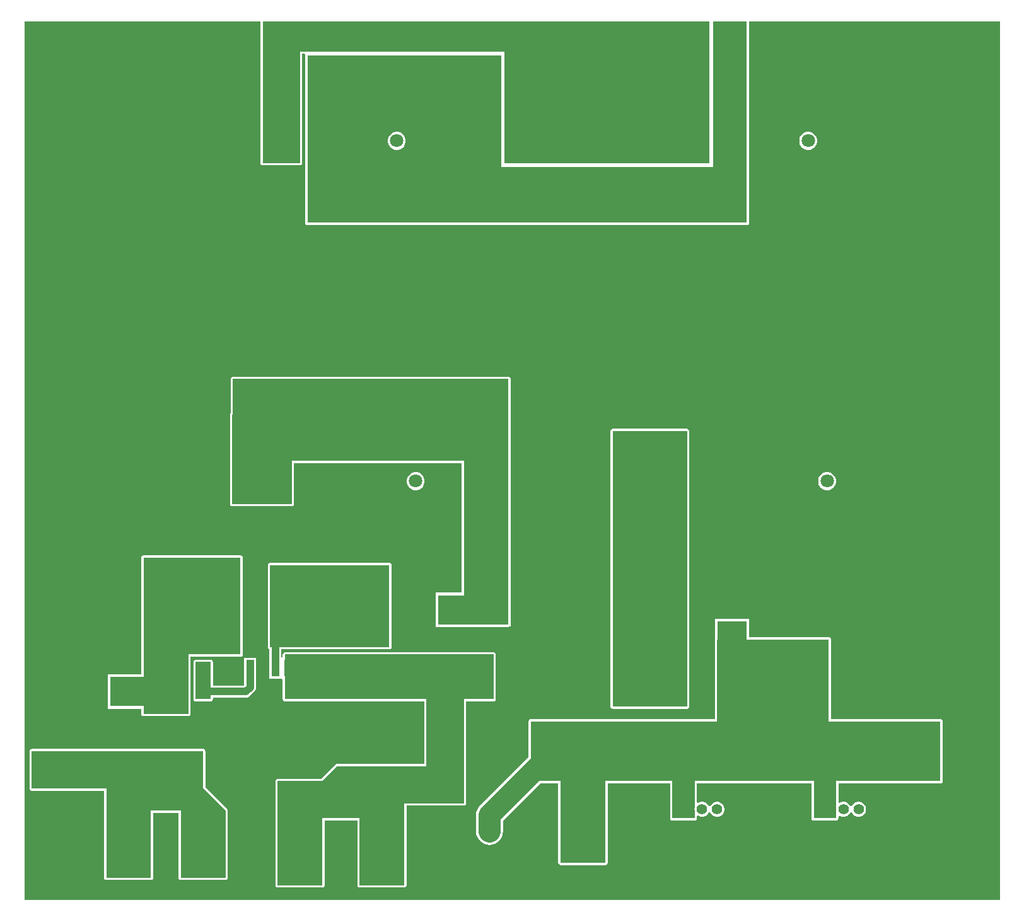
<source format=gbr>
%TF.GenerationSoftware,Altium Limited,Altium Designer,22.4.2 (48)*%
G04 Layer_Physical_Order=1*
G04 Layer_Color=255*
%FSLAX45Y45*%
%MOMM*%
%TF.SameCoordinates,24D30104-F170-4498-80AD-2BAA9A99EF50*%
%TF.FilePolarity,Positive*%
%TF.FileFunction,Copper,L1,Top,Signal*%
%TF.Part,Single*%
G01*
G75*
%TA.AperFunction,SMDPad,CuDef*%
%ADD10R,7.00000X4.00000*%
%ADD11R,1.00000X1.60000*%
%ADD12R,1.60000X1.00000*%
%ADD13R,4.00000X7.00000*%
%ADD14C,6.29100*%
%ADD15R,1.07000X2.16000*%
%ADD16R,3.30000X2.40000*%
%TA.AperFunction,Conductor*%
%ADD17C,3.00000*%
%ADD18C,1.00000*%
%TA.AperFunction,ComponentPad*%
%ADD19C,2.20000*%
%ADD20C,3.50000*%
%ADD21R,1.42000X1.42000*%
%ADD22C,1.42000*%
%ADD23C,1.40000*%
G04:AMPARAMS|DCode=24|XSize=1.4mm|YSize=1.4mm|CornerRadius=0mm|HoleSize=0mm|Usage=FLASHONLY|Rotation=0.000|XOffset=0mm|YOffset=0mm|HoleType=Round|Shape=Octagon|*
%AMOCTAGOND24*
4,1,8,0.70000,-0.35000,0.70000,0.35000,0.35000,0.70000,-0.35000,0.70000,-0.70000,0.35000,-0.70000,-0.35000,-0.35000,-0.70000,0.35000,-0.70000,0.70000,-0.35000,0.0*
%
%ADD24OCTAGOND24*%

G04:AMPARAMS|DCode=25|XSize=1.4mm|YSize=1.4mm|CornerRadius=0mm|HoleSize=0mm|Usage=FLASHONLY|Rotation=90.000|XOffset=0mm|YOffset=0mm|HoleType=Round|Shape=Octagon|*
%AMOCTAGOND25*
4,1,8,0.35000,0.70000,-0.35000,0.70000,-0.70000,0.35000,-0.70000,-0.35000,-0.35000,-0.70000,0.35000,-0.70000,0.70000,-0.35000,0.70000,0.35000,0.35000,0.70000,0.0*
%
%ADD25OCTAGOND25*%

%ADD26C,1.80000*%
G04:AMPARAMS|DCode=27|XSize=1.8mm|YSize=1.8mm|CornerRadius=0mm|HoleSize=0mm|Usage=FLASHONLY|Rotation=0.000|XOffset=0mm|YOffset=0mm|HoleType=Round|Shape=Octagon|*
%AMOCTAGOND27*
4,1,8,0.90000,-0.45000,0.90000,0.45000,0.45000,0.90000,-0.45000,0.90000,-0.90000,0.45000,-0.90000,-0.45000,-0.45000,-0.90000,0.45000,-0.90000,0.90000,-0.45000,0.0*
%
%ADD27OCTAGOND27*%

%TA.AperFunction,ViaPad*%
%ADD28C,7.00000*%
%TA.AperFunction,ComponentPad*%
G04:AMPARAMS|DCode=29|XSize=1.8mm|YSize=1.8mm|CornerRadius=0mm|HoleSize=0mm|Usage=FLASHONLY|Rotation=270.000|XOffset=0mm|YOffset=0mm|HoleType=Round|Shape=Octagon|*
%AMOCTAGOND29*
4,1,8,-0.45000,-0.90000,0.45000,-0.90000,0.90000,-0.45000,0.90000,0.45000,0.45000,0.90000,-0.45000,0.90000,-0.90000,0.45000,-0.90000,-0.45000,-0.45000,-0.90000,0.0*
%
%ADD29OCTAGOND29*%

%ADD30R,1.80000X1.80000*%
%TA.AperFunction,ViaPad*%
%ADD31C,0.70000*%
G36*
X9300000Y10000000D02*
X6550000D01*
Y11500000D01*
X3800000D01*
Y10000000D01*
X3300000D01*
Y11500000D01*
Y11900000D01*
X9300000D01*
Y10000000D01*
D02*
G37*
G36*
X9800000Y9200000D02*
X3900000D01*
Y11450000D01*
X6500000D01*
Y9950000D01*
X9350000D01*
Y11900000D01*
X9800000D01*
Y9200000D01*
D02*
G37*
G36*
X13200000Y100000D02*
X100000D01*
Y11900000D01*
X3269412D01*
Y11500000D01*
Y10000000D01*
X3271741Y9988295D01*
X3278371Y9978371D01*
X3288295Y9971741D01*
X3300000Y9969412D01*
X3800000D01*
X3811705Y9971741D01*
X3821629Y9978371D01*
X3828259Y9988295D01*
X3830588Y10000000D01*
Y11469412D01*
X3860223D01*
X3870290Y11454412D01*
X3869412Y11450000D01*
Y9200000D01*
X3871741Y9188295D01*
X3878371Y9178371D01*
X3888295Y9171741D01*
X3900000Y9169412D01*
X9800000D01*
X9811705Y9171741D01*
X9821629Y9178371D01*
X9828259Y9188295D01*
X9830588Y9200000D01*
Y11900000D01*
X13200000D01*
Y100000D01*
D02*
G37*
%LPC*%
G36*
X5115799Y10420000D02*
X5084202D01*
X5053682Y10411822D01*
X5026319Y10396024D01*
X5003977Y10373682D01*
X4988178Y10346318D01*
X4980000Y10315798D01*
Y10284202D01*
X4988178Y10253682D01*
X5003977Y10226318D01*
X5026319Y10203976D01*
X5053682Y10188178D01*
X5084202Y10180000D01*
X5115799D01*
X5146318Y10188178D01*
X5173682Y10203976D01*
X5196024Y10226318D01*
X5211822Y10253682D01*
X5220000Y10284202D01*
Y10315798D01*
X5211822Y10346318D01*
X5196024Y10373682D01*
X5173682Y10396024D01*
X5146318Y10411822D01*
X5115799Y10420000D01*
D02*
G37*
G36*
X10639798D02*
X10608202D01*
X10577682Y10411822D01*
X10550318Y10396024D01*
X10527976Y10373682D01*
X10512178Y10346318D01*
X10504000Y10315798D01*
Y10284202D01*
X10512178Y10253682D01*
X10527976Y10226318D01*
X10550318Y10203976D01*
X10577682Y10188178D01*
X10608202Y10180000D01*
X10639798D01*
X10670318Y10188178D01*
X10697682Y10203976D01*
X10720024Y10226318D01*
X10735822Y10253682D01*
X10744000Y10284202D01*
Y10315798D01*
X10735822Y10346318D01*
X10720024Y10373682D01*
X10697682Y10396024D01*
X10670318Y10411822D01*
X10639798Y10420000D01*
D02*
G37*
G36*
X10893798Y5848000D02*
X10862202D01*
X10831682Y5839822D01*
X10804318Y5824024D01*
X10781976Y5801682D01*
X10766178Y5774318D01*
X10758000Y5743798D01*
Y5712202D01*
X10766178Y5681682D01*
X10781976Y5654318D01*
X10804318Y5631976D01*
X10831682Y5616178D01*
X10862202Y5608000D01*
X10893798D01*
X10924318Y5616178D01*
X10951682Y5631976D01*
X10974024Y5654318D01*
X10989822Y5681682D01*
X10998000Y5712202D01*
Y5743798D01*
X10989822Y5774318D01*
X10974024Y5801682D01*
X10951682Y5824024D01*
X10924318Y5839822D01*
X10893798Y5848000D01*
D02*
G37*
G36*
X5369799D02*
X5338202D01*
X5307682Y5839822D01*
X5280319Y5824024D01*
X5257977Y5801682D01*
X5242178Y5774318D01*
X5234000Y5743798D01*
Y5712202D01*
X5242178Y5681682D01*
X5257977Y5654318D01*
X5280319Y5631976D01*
X5307682Y5616178D01*
X5338202Y5608000D01*
X5369799D01*
X5400318Y5616178D01*
X5427682Y5631976D01*
X5450024Y5654318D01*
X5465822Y5681682D01*
X5474000Y5712202D01*
Y5743798D01*
X5465822Y5774318D01*
X5450024Y5801682D01*
X5427682Y5824024D01*
X5400318Y5839822D01*
X5369799Y5848000D01*
D02*
G37*
G36*
X6600000Y7130588D02*
X2900000D01*
X2888295Y7128259D01*
X2878371Y7121629D01*
X2871741Y7111705D01*
X2869412Y7100000D01*
Y6644321D01*
X2869021Y6644060D01*
X2862391Y6634137D01*
X2860063Y6622432D01*
Y5422432D01*
X2862391Y5410726D01*
X2869021Y5400803D01*
X2878945Y5394172D01*
X2890650Y5391844D01*
X3690650Y5391844D01*
X3702355Y5394172D01*
X3712279Y5400803D01*
X3718909Y5410726D01*
X3721238Y5422431D01*
Y5969412D01*
X5969412D01*
Y4230000D01*
X5620000D01*
Y3770000D01*
X5997044D01*
X6000000Y3769412D01*
X6600000D01*
X6611705Y3771741D01*
X6621629Y3778371D01*
X6628259Y3788295D01*
X6630588Y3800000D01*
Y7000000D01*
Y7100000D01*
X6628259Y7111705D01*
X6621629Y7121629D01*
X6611705Y7128259D01*
X6600000Y7130588D01*
D02*
G37*
G36*
X3213500Y3351000D02*
X3046500D01*
Y3075000D01*
X3049310D01*
Y2992002D01*
X3037999Y2980690D01*
X2630588D01*
Y3300000D01*
X2628259Y3311705D01*
X2621629Y3321629D01*
X2611705Y3328259D01*
X2600000Y3330588D01*
X2400000D01*
X2388295Y3328259D01*
X2378371Y3321629D01*
X2371741Y3311705D01*
X2369412Y3300000D01*
Y2800000D01*
X2371741Y2788295D01*
X2378371Y2778371D01*
X2388295Y2771741D01*
X2400000Y2769412D01*
X2600000D01*
X2611705Y2771741D01*
X2621629Y2778371D01*
X2628259Y2788295D01*
X2630588Y2800000D01*
Y2819310D01*
X3071422D01*
X3092306Y2822059D01*
X3111767Y2830120D01*
X3128478Y2842944D01*
X3187057Y2901522D01*
X3199880Y2918234D01*
X3207941Y2937695D01*
X3210691Y2958579D01*
Y3075000D01*
X3213500D01*
Y3351000D01*
D02*
G37*
G36*
X9000000Y6430588D02*
X8000000D01*
X7988295Y6428259D01*
X7978371Y6421629D01*
X7971741Y6411705D01*
X7969412Y6400000D01*
X7969412Y2700000D01*
X7971740Y2688294D01*
X7978371Y2678371D01*
X7988294Y2671740D01*
X8000000Y2669412D01*
X9000000D01*
X9011705Y2671740D01*
X9021629Y2678371D01*
X9028259Y2688294D01*
X9030587Y2700000D01*
X9030588Y4993449D01*
X9030194Y4995428D01*
X9030326Y4997442D01*
X9029989Y5000000D01*
X9030326Y5002558D01*
X9030194Y5004572D01*
X9030588Y5006551D01*
Y6400000D01*
X9028259Y6411705D01*
X9021629Y6421629D01*
X9011705Y6428259D01*
X9000000Y6430588D01*
D02*
G37*
G36*
X3000000Y4730588D02*
X1700000D01*
X1688295Y4728259D01*
X1678371Y4721629D01*
X1671741Y4711705D01*
X1669412Y4700000D01*
Y3400000D01*
Y3130000D01*
X1220000D01*
Y2670000D01*
X1669412D01*
Y2600000D01*
X1671741Y2588295D01*
X1678371Y2578371D01*
X1688295Y2571741D01*
X1700000Y2569412D01*
X2300000D01*
X2311705Y2571741D01*
X2321629Y2578371D01*
X2328259Y2588295D01*
X2330588Y2600000D01*
Y3369412D01*
X3000000D01*
X3011705Y3371741D01*
X3021629Y3378371D01*
X3028259Y3388295D01*
X3030588Y3400000D01*
Y4700000D01*
X3028259Y4711705D01*
X3021629Y4721629D01*
X3011705Y4728259D01*
X3000000Y4730588D01*
D02*
G37*
G36*
X9830000Y3880000D02*
X9370000D01*
Y3602956D01*
X9369412Y3600000D01*
X9369412Y2530588D01*
X7900001D01*
X7900000Y2530588D01*
X7300000D01*
X7299999Y2530588D01*
X6900000D01*
X6888294Y2528259D01*
X6878371Y2521629D01*
X6871740Y2511705D01*
X6869412Y2500000D01*
Y2025202D01*
X6218105Y1373895D01*
X6195611Y1346487D01*
X6178897Y1315216D01*
X6168605Y1281286D01*
X6165129Y1246000D01*
Y1021000D01*
X6168605Y985714D01*
X6178897Y951784D01*
X6195611Y920514D01*
X6218105Y893105D01*
X6245514Y870611D01*
X6276784Y853897D01*
X6310714Y843605D01*
X6346000Y840129D01*
X6381286Y843605D01*
X6415216Y853897D01*
X6446486Y870611D01*
X6473895Y893105D01*
X6496389Y920514D01*
X6513103Y951784D01*
X6523395Y985714D01*
X6526871Y1021000D01*
Y1171081D01*
X7025202Y1669412D01*
X7269412D01*
Y600000D01*
X7271741Y588295D01*
X7278371Y578371D01*
X7288295Y571741D01*
X7300000Y569412D01*
X7900000D01*
X7911705Y571741D01*
X7921629Y578371D01*
X7928259Y588295D01*
X7930588Y600000D01*
Y1669412D01*
X8769412D01*
Y1200000D01*
X8771741Y1188295D01*
X8778371Y1178371D01*
X8788295Y1171741D01*
X8800000Y1169412D01*
X9100000D01*
X9111705Y1171741D01*
X9121629Y1178371D01*
X9128259Y1188295D01*
X9130588Y1200000D01*
Y1225130D01*
X9145588Y1233790D01*
X9161015Y1224883D01*
X9186703Y1218000D01*
X9213297D01*
X9238984Y1224883D01*
X9262015Y1238180D01*
X9280820Y1256985D01*
X9291669Y1275775D01*
X9295427Y1276897D01*
X9304573D01*
X9308331Y1275775D01*
X9319180Y1256985D01*
X9337985Y1238180D01*
X9361016Y1224883D01*
X9386703Y1218000D01*
X9413297D01*
X9438984Y1224883D01*
X9462015Y1238180D01*
X9480820Y1256985D01*
X9494117Y1280016D01*
X9501000Y1305703D01*
Y1332297D01*
X9494117Y1357985D01*
X9480820Y1381016D01*
X9462015Y1399820D01*
X9438984Y1413117D01*
X9413297Y1420000D01*
X9386703D01*
X9361016Y1413117D01*
X9337985Y1399820D01*
X9319180Y1381016D01*
X9308331Y1362225D01*
X9304573Y1361104D01*
X9295427D01*
X9291669Y1362225D01*
X9280820Y1381016D01*
X9262015Y1399820D01*
X9238984Y1413117D01*
X9213297Y1420000D01*
X9186703D01*
X9161015Y1413117D01*
X9145588Y1404210D01*
X9130588Y1412870D01*
Y1669412D01*
X9399999D01*
X10669412D01*
Y1200000D01*
X10671741Y1188295D01*
X10678371Y1178371D01*
X10688295Y1171741D01*
X10700000Y1169412D01*
X11000000D01*
X11011705Y1171741D01*
X11021629Y1178371D01*
X11028259Y1188295D01*
X11030588Y1200000D01*
Y1225130D01*
X11045588Y1233790D01*
X11061015Y1224883D01*
X11086703Y1218000D01*
X11113297D01*
X11138984Y1224883D01*
X11162015Y1238180D01*
X11180820Y1256985D01*
X11191669Y1275775D01*
X11195427Y1276897D01*
X11204573D01*
X11208331Y1275775D01*
X11219180Y1256985D01*
X11237985Y1238180D01*
X11261016Y1224883D01*
X11286703Y1218000D01*
X11313297D01*
X11338984Y1224883D01*
X11362015Y1238180D01*
X11380820Y1256985D01*
X11394117Y1280016D01*
X11401000Y1305703D01*
Y1332297D01*
X11394117Y1357985D01*
X11380820Y1381016D01*
X11362015Y1399820D01*
X11338984Y1413117D01*
X11313297Y1420000D01*
X11286703D01*
X11261016Y1413117D01*
X11237985Y1399820D01*
X11219180Y1381016D01*
X11208331Y1362225D01*
X11204573Y1361104D01*
X11195427D01*
X11191669Y1362225D01*
X11180820Y1381016D01*
X11162015Y1399820D01*
X11138984Y1413117D01*
X11113297Y1420000D01*
X11086703D01*
X11061015Y1413117D01*
X11045588Y1404210D01*
X11030588Y1412870D01*
Y1669412D01*
X12400000D01*
X12411705Y1671741D01*
X12421629Y1678371D01*
X12428259Y1688295D01*
X12430588Y1700000D01*
Y2500000D01*
X12428259Y2511705D01*
X12421629Y2521629D01*
X12411705Y2528259D01*
X12400000Y2530588D01*
X10930587D01*
X10930588Y3600000D01*
X10928259Y3611705D01*
X10921629Y3621629D01*
X10911705Y3628259D01*
X10900000Y3630588D01*
X9830000D01*
Y3880000D01*
D02*
G37*
G36*
X5000000Y4630588D02*
X3400000D01*
X3388295Y4628259D01*
X3378371Y4621629D01*
X3371741Y4611705D01*
X3369412Y4600000D01*
Y3500000D01*
X3371741Y3488295D01*
X3378371Y3478371D01*
X3388295Y3471741D01*
X3389310Y3471539D01*
Y3351000D01*
X3386500D01*
Y3075000D01*
X3558806Y3075000D01*
X3569412Y3064393D01*
Y2800000D01*
X3571741Y2788295D01*
X3578371Y2778371D01*
X3588295Y2771741D01*
X3600000Y2769412D01*
X5469412D01*
X5469412Y1930588D01*
X4300001D01*
X4300000Y1930588D01*
X4288295Y1928259D01*
X4278371Y1921629D01*
X4087330Y1730587D01*
X3500000Y1730588D01*
X3488295Y1728259D01*
X3478371Y1721629D01*
X3471741Y1711705D01*
X3469412Y1700000D01*
X3469412Y1200000D01*
Y300000D01*
X3471741Y288295D01*
X3478371Y278371D01*
X3488295Y271741D01*
X3500000Y269412D01*
X4100000D01*
X4111705Y271741D01*
X4121629Y278371D01*
X4128259Y288295D01*
X4130588Y300000D01*
Y1169412D01*
X4569412D01*
Y300000D01*
X4571741Y288295D01*
X4578371Y278371D01*
X4588295Y271741D01*
X4600000Y269412D01*
X5200000D01*
X5211705Y271741D01*
X5221629Y278371D01*
X5228259Y288295D01*
X5230588Y300000D01*
Y1200000D01*
Y1369412D01*
X6000000D01*
X6011705Y1371741D01*
X6021629Y1378371D01*
X6028259Y1388295D01*
X6030588Y1400000D01*
X6030587Y2769412D01*
X6400000D01*
X6411705Y2771741D01*
X6421629Y2778371D01*
X6428259Y2788295D01*
X6430588Y2800000D01*
Y3400000D01*
X6428259Y3411705D01*
X6421629Y3421629D01*
X6411705Y3428259D01*
X6400000Y3430588D01*
X3600000D01*
X3588295Y3428259D01*
X3578371Y3421629D01*
X3571741Y3411705D01*
X3569412Y3400000D01*
Y3361606D01*
X3568093Y3360287D01*
X3560029Y3360540D01*
X3550690Y3369826D01*
Y3469412D01*
X5000000D01*
X5011705Y3471741D01*
X5021629Y3478371D01*
X5028259Y3488295D01*
X5030588Y3500000D01*
Y4600000D01*
X5028259Y4611705D01*
X5021629Y4621629D01*
X5011705Y4628259D01*
X5000000Y4630588D01*
D02*
G37*
G36*
X2500000Y2130588D02*
X200000D01*
X188295Y2128259D01*
X178371Y2121629D01*
X171741Y2111705D01*
X169412Y2100000D01*
Y1600000D01*
X171741Y1588295D01*
X178371Y1578371D01*
X188295Y1571741D01*
X200000Y1569412D01*
X1169412D01*
Y400000D01*
X1171741Y388295D01*
X1178371Y378371D01*
X1188295Y371741D01*
X1200000Y369412D01*
X1800000D01*
X1811705Y371741D01*
X1821629Y378371D01*
X1828259Y388295D01*
X1830588Y400000D01*
Y1269412D01*
X2169412D01*
Y400000D01*
X2171741Y388295D01*
X2178371Y378371D01*
X2188295Y371741D01*
X2200000Y369412D01*
X2800000D01*
X2811705Y371741D01*
X2821629Y378371D01*
X2828259Y388295D01*
X2830588Y400000D01*
Y1300000D01*
X2828259Y1311706D01*
X2821629Y1321629D01*
X2821628Y1321629D01*
X2530588Y1612670D01*
Y1699999D01*
X2530588Y1700000D01*
X2530588Y1700001D01*
Y2100000D01*
X2528259Y2111705D01*
X2521629Y2121629D01*
X2511705Y2128259D01*
X2500000Y2130588D01*
D02*
G37*
%LPD*%
G36*
X6600000Y6000000D02*
Y3800000D01*
X6000000D01*
Y6000000D01*
X3690650D01*
Y5422431D01*
X2890650Y5422432D01*
Y6622432D01*
X2900000D01*
Y7100000D01*
X6600000D01*
Y6000000D01*
D02*
G37*
G36*
X2600000Y2800000D02*
X2400000D01*
Y3300000D01*
X2600000D01*
Y2800000D01*
D02*
G37*
G36*
X9000000Y5006551D02*
X8999137Y5000000D01*
X9000000Y4993449D01*
X9000000Y2700000D01*
X8000000D01*
X8000000Y6400000D01*
X9000000D01*
Y5006551D01*
D02*
G37*
G36*
X3000000Y3400000D02*
X2300000D01*
Y2600000D01*
X1700000D01*
Y3400000D01*
Y4700000D01*
X3000000D01*
Y3400000D01*
D02*
G37*
G36*
X10900000Y2500000D02*
X12400000D01*
Y1700000D01*
X11000000D01*
Y1333216D01*
X10998129Y1319000D01*
X11000000Y1304785D01*
Y1200000D01*
X10700000D01*
Y1700000D01*
X9400000D01*
D01*
X9100000D01*
Y1333216D01*
X9098129Y1319000D01*
X9100000Y1304785D01*
Y1200000D01*
X8800000D01*
Y1700000D01*
X7900000D01*
Y600000D01*
X7300000D01*
Y1700000D01*
X6900000D01*
Y2500000D01*
X7300000D01*
Y2500000D01*
X7900000D01*
Y2500000D01*
X9400000D01*
X9400000Y3600000D01*
X10900000D01*
X10900000Y2500000D01*
D02*
G37*
G36*
X5000000Y3500000D02*
X3400000D01*
Y4600000D01*
X5000000D01*
Y3500000D01*
D02*
G37*
G36*
X6400000Y2800000D02*
X6000000D01*
X6000000Y1400000D01*
X5200000D01*
Y1200000D01*
Y300000D01*
X4600000D01*
Y1200000D01*
X4100000D01*
Y300000D01*
X3500000D01*
Y1200000D01*
X3500000Y1700000D01*
X4100000Y1700000D01*
X4300000Y1900000D01*
X5500000D01*
X5500000Y2800000D01*
X3600000D01*
Y3400000D01*
X6400000D01*
Y2800000D01*
D02*
G37*
G36*
X2500000Y1600000D02*
X2800000Y1300000D01*
Y400000D01*
X2200000D01*
Y1300000D01*
X1800000D01*
Y400000D01*
X1200000D01*
Y1600000D01*
X200000D01*
Y2100000D01*
X2500000D01*
Y1600000D01*
D02*
G37*
D10*
X6000000Y3000000D02*
D03*
Y4000000D02*
D03*
X1600000Y2900000D02*
D03*
Y1900000D02*
D03*
D11*
X6150000Y5200000D02*
D03*
X5850000D02*
D03*
X1500000Y3500000D02*
D03*
X1800000D02*
D03*
X8800000Y4400000D02*
D03*
X9100000D02*
D03*
D12*
X2500000Y3450000D02*
D03*
Y3150000D02*
D03*
Y2600000D02*
D03*
Y2900000D02*
D03*
D13*
X3800000Y4200000D02*
D03*
X2800000D02*
D03*
X9600000Y3500000D02*
D03*
X8600000D02*
D03*
D14*
X3300000Y2145500D02*
D03*
D15*
X3640000Y3213000D02*
D03*
X3470000D02*
D03*
X3300000D02*
D03*
X3130000D02*
D03*
X2960000D02*
D03*
D16*
X4600000Y4170000D02*
D03*
Y4830000D02*
D03*
D17*
X6346000Y1021000D02*
Y1246000D01*
X7235053Y2135053D01*
X6854000Y11000000D02*
Y11346000D01*
D18*
X2500000Y2900000D02*
X3071422D01*
X3130000Y2958579D02*
Y3213000D01*
X3071422Y2900000D02*
X3130000Y2958579D01*
X3470000Y3770000D02*
X3500000Y3800000D01*
X3470000Y3213000D02*
Y3770000D01*
D19*
X6854000Y1021000D02*
D03*
X6346000D02*
D03*
X5408000D02*
D03*
X4900000D02*
D03*
X4308000D02*
D03*
X3800000D02*
D03*
X3100000D02*
D03*
X2592000D02*
D03*
X1954000D02*
D03*
X1446000D02*
D03*
X8054000D02*
D03*
X7546000D02*
D03*
X6346000Y11000000D02*
D03*
X6854000D02*
D03*
D20*
X8643000Y1048000D02*
D03*
X9957000D02*
D03*
X10543000D02*
D03*
X11857000D02*
D03*
D21*
X8950000Y1319000D02*
D03*
X10850000D02*
D03*
D22*
X9200000D02*
D03*
X9400000D02*
D03*
X9650000D02*
D03*
X11100000D02*
D03*
X11300000D02*
D03*
X11550000D02*
D03*
D23*
X9100000Y5000000D02*
D03*
X10300000Y3725000D02*
D03*
X6150000Y2300000D02*
D03*
X500000Y2250000D02*
D03*
X5850000Y4700000D02*
D03*
D24*
X8850000Y5000000D02*
D03*
X5900000Y2300000D02*
D03*
X6100000Y4700000D02*
D03*
D25*
X10300000Y3475000D02*
D03*
X500000Y2000000D02*
D03*
D26*
X4100000Y11300000D02*
D03*
X9550000D02*
D03*
X1450000Y4300000D02*
D03*
X4600000Y2450000D02*
D03*
X10878000Y5728000D02*
D03*
X9862000D02*
D03*
X8846000D02*
D03*
X10624000Y10300000D02*
D03*
X9608000D02*
D03*
X4084000D02*
D03*
X5100000D02*
D03*
X3322000Y5728000D02*
D03*
X4338000D02*
D03*
X5354000D02*
D03*
D27*
X3600000Y11300000D02*
D03*
X9050000D02*
D03*
X1950000Y4300000D02*
D03*
D28*
X600000Y600000D02*
D03*
Y11400000D02*
D03*
X12700000Y600000D02*
D03*
Y11400000D02*
D03*
D29*
X4600000Y2950000D02*
D03*
D30*
X9100000Y10300000D02*
D03*
X3576000D02*
D03*
D31*
X10200000Y1600000D02*
D03*
X12000000D02*
D03*
X11600000D02*
D03*
X11200000D02*
D03*
X11500000Y1000000D02*
D03*
X11200000D02*
D03*
X11000000D02*
D03*
X2000000Y200000D02*
D03*
Y400000D02*
D03*
Y700000D02*
D03*
X3300000Y1400000D02*
D03*
X2900000D02*
D03*
Y200000D02*
D03*
X3300000D02*
D03*
Y600000D02*
D03*
X2900000D02*
D03*
X4200000Y300000D02*
D03*
X4500000D02*
D03*
Y700000D02*
D03*
X4200000D02*
D03*
X5400000D02*
D03*
X5800000D02*
D03*
Y1000000D02*
D03*
Y1300000D02*
D03*
X7200000Y700000D02*
D03*
X6900000D02*
D03*
X7200000Y1400000D02*
D03*
X6900000D02*
D03*
X8100000Y1600000D02*
D03*
Y1400000D02*
D03*
X9800000Y1600000D02*
D03*
X9400000D02*
D03*
X9600000Y1100000D02*
D03*
X10400000Y4200000D02*
D03*
X10000000D02*
D03*
X9500000Y4400000D02*
D03*
Y4700000D02*
D03*
Y5000000D02*
D03*
Y5300000D02*
D03*
X10300000Y5500000D02*
D03*
Y5800000D02*
D03*
Y6100000D02*
D03*
X9900000D02*
D03*
X9500000D02*
D03*
Y5800000D02*
D03*
Y5500000D02*
D03*
X4900000Y5100000D02*
D03*
X4400000D02*
D03*
X5500000Y4900000D02*
D03*
Y4400000D02*
D03*
X6500000Y2600000D02*
D03*
Y2300000D02*
D03*
Y2100000D02*
D03*
X5100000Y2000000D02*
D03*
X4600000D02*
D03*
X4200000D02*
D03*
X2700000Y3200000D02*
D03*
X3100000Y3700000D02*
D03*
X3300000D02*
D03*
Y2900000D02*
D03*
X2600000Y2400000D02*
D03*
X2400000D02*
D03*
X700000Y2600000D02*
D03*
X300000D02*
D03*
X500000D02*
D03*
X1000000Y3500000D02*
D03*
Y4700000D02*
D03*
Y4300000D02*
D03*
Y3900000D02*
D03*
X4700000Y5700000D02*
D03*
Y5900000D02*
D03*
X4000000D02*
D03*
Y5700000D02*
D03*
X5500000Y5200000D02*
D03*
X5700000D02*
D03*
X5500000Y4700000D02*
D03*
X4600000Y5100000D02*
D03*
X3000000Y2000000D02*
D03*
X3200000D02*
D03*
X3400000D02*
D03*
X3600000D02*
D03*
Y2300000D02*
D03*
X3400000D02*
D03*
X3200000D02*
D03*
X3000000D02*
D03*
%TF.MD5,36cf90d7ddfdc770aba17f301bae170a*%
M02*

</source>
